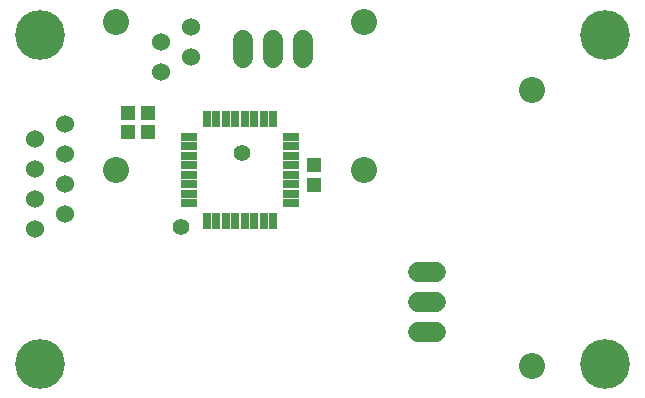
<source format=gbs>
G75*
G70*
%OFA0B0*%
%FSLAX24Y24*%
%IPPOS*%
%LPD*%
%AMOC8*
5,1,8,0,0,1.08239X$1,22.5*
%
%ADD10R,0.0580X0.0300*%
%ADD11R,0.0300X0.0580*%
%ADD12C,0.0600*%
%ADD13C,0.0680*%
%ADD14R,0.0474X0.0513*%
%ADD15C,0.0867*%
%ADD16C,0.1661*%
%ADD17C,0.0555*%
D10*
X006344Y006695D03*
X006344Y007010D03*
X006344Y007325D03*
X006344Y007640D03*
X006344Y007955D03*
X006344Y008270D03*
X006344Y008585D03*
X006344Y008900D03*
X009724Y008900D03*
X009724Y008585D03*
X009724Y008270D03*
X009724Y007955D03*
X009724Y007640D03*
X009724Y007325D03*
X009724Y007010D03*
X009724Y006695D03*
D11*
X009136Y006108D03*
X008821Y006108D03*
X008506Y006108D03*
X008191Y006108D03*
X007877Y006108D03*
X007562Y006108D03*
X007247Y006108D03*
X006932Y006108D03*
X006932Y009488D03*
X007247Y009488D03*
X007562Y009488D03*
X007877Y009488D03*
X008191Y009488D03*
X008506Y009488D03*
X008821Y009488D03*
X009136Y009488D03*
D12*
X006408Y011564D03*
X005408Y012064D03*
X006408Y012564D03*
X005408Y011064D03*
X002195Y009312D03*
X001195Y008812D03*
X002195Y008312D03*
X001195Y007812D03*
X002195Y007312D03*
X001195Y006812D03*
X002195Y006312D03*
X001195Y005812D03*
D13*
X008136Y011514D02*
X008136Y012114D01*
X009136Y012114D02*
X009136Y011514D01*
X010136Y011514D02*
X010136Y012114D01*
X013954Y004388D02*
X014554Y004388D01*
X014554Y003388D02*
X013954Y003388D01*
X013954Y002388D02*
X014554Y002388D01*
D14*
X010514Y007306D03*
X010514Y007975D03*
X004983Y009058D03*
X004983Y009688D03*
X004314Y009688D03*
X004314Y009058D03*
D15*
X003900Y007798D03*
X003900Y012719D03*
X012168Y012719D03*
X017782Y010467D03*
X012168Y007798D03*
X017782Y001254D03*
D16*
X001380Y001341D03*
X001380Y012286D03*
X020199Y012286D03*
X020199Y001341D03*
D17*
X008113Y008349D03*
X006066Y005908D03*
M02*

</source>
